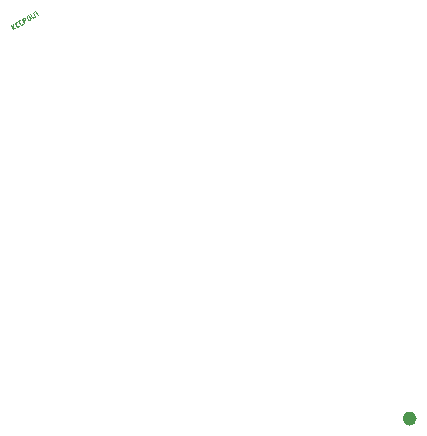
<source format=gbr>
%TF.GenerationSoftware,KiCad,Pcbnew,8.0.3*%
%TF.CreationDate,2024-11-06T16:38:13-05:00*%
%TF.ProjectId,vibecheck_mainboard,76696265-6368-4656-936b-5f6d61696e62,rev?*%
%TF.SameCoordinates,Original*%
%TF.FileFunction,Other,Comment*%
%FSLAX46Y46*%
G04 Gerber Fmt 4.6, Leading zero omitted, Abs format (unit mm)*
G04 Created by KiCad (PCBNEW 8.0.3) date 2024-11-06 16:38:13*
%MOMM*%
%LPD*%
G01*
G04 APERTURE LIST*
%ADD10C,0.070000*%
%ADD11C,0.600000*%
G04 APERTURE END LIST*
D10*
X140336129Y-85161077D02*
X140136129Y-84814667D01*
X140534077Y-85046791D02*
X140271330Y-84934557D01*
X140334077Y-84700381D02*
X140250415Y-85012616D01*
X140577777Y-84779624D02*
X140693247Y-84712957D01*
X140847496Y-84865839D02*
X140682539Y-84961077D01*
X140682539Y-84961077D02*
X140482539Y-84614667D01*
X140482539Y-84614667D02*
X140647496Y-84519429D01*
X140891196Y-84598672D02*
X141006666Y-84532005D01*
X141160915Y-84684886D02*
X140995958Y-84780125D01*
X140995958Y-84780125D02*
X140795958Y-84433714D01*
X140795958Y-84433714D02*
X140960915Y-84338476D01*
X141309377Y-84599172D02*
X141109377Y-84252762D01*
X141109377Y-84252762D02*
X141241343Y-84176571D01*
X141241343Y-84176571D02*
X141283858Y-84174020D01*
X141283858Y-84174020D02*
X141309877Y-84180991D01*
X141309877Y-84180991D02*
X141345421Y-84204459D01*
X141345421Y-84204459D02*
X141373992Y-84253946D01*
X141373992Y-84253946D02*
X141376544Y-84296461D01*
X141376544Y-84296461D02*
X141369572Y-84322481D01*
X141369572Y-84322481D02*
X141346104Y-84358024D01*
X141346104Y-84358024D02*
X141214139Y-84434215D01*
X141521770Y-84014667D02*
X141587753Y-83976571D01*
X141587753Y-83976571D02*
X141630268Y-83974020D01*
X141630268Y-83974020D02*
X141682307Y-83987963D01*
X141682307Y-83987963D02*
X141736898Y-84044422D01*
X141736898Y-84044422D02*
X141803565Y-84159892D01*
X141803565Y-84159892D02*
X141825164Y-84235399D01*
X141825164Y-84235399D02*
X141811220Y-84287438D01*
X141811220Y-84287438D02*
X141787753Y-84322982D01*
X141787753Y-84322982D02*
X141721770Y-84361077D01*
X141721770Y-84361077D02*
X141679255Y-84363629D01*
X141679255Y-84363629D02*
X141627216Y-84349685D01*
X141627216Y-84349685D02*
X141572625Y-84293226D01*
X141572625Y-84293226D02*
X141505958Y-84177756D01*
X141505958Y-84177756D02*
X141484358Y-84102249D01*
X141484358Y-84102249D02*
X141498302Y-84050210D01*
X141498302Y-84050210D02*
X141521770Y-84014667D01*
X141818693Y-83843238D02*
X141980598Y-84123665D01*
X141980598Y-84123665D02*
X142016141Y-84147133D01*
X142016141Y-84147133D02*
X142042161Y-84154105D01*
X142042161Y-84154105D02*
X142084676Y-84151553D01*
X142084676Y-84151553D02*
X142150659Y-84113458D01*
X142150659Y-84113458D02*
X142174127Y-84077914D01*
X142174127Y-84077914D02*
X142181099Y-84051895D01*
X142181099Y-84051895D02*
X142178547Y-84009379D01*
X142178547Y-84009379D02*
X142016642Y-83728952D01*
X142132112Y-83662285D02*
X142330061Y-83548000D01*
X142431087Y-83951553D02*
X142231087Y-83605142D01*
D11*
%TO.C,J901*%
X174221281Y-118104294D02*
G75*
G02*
X173621281Y-118104294I-300000J0D01*
G01*
X173621281Y-118104294D02*
G75*
G02*
X174221281Y-118104294I300000J0D01*
G01*
%TD*%
M02*

</source>
